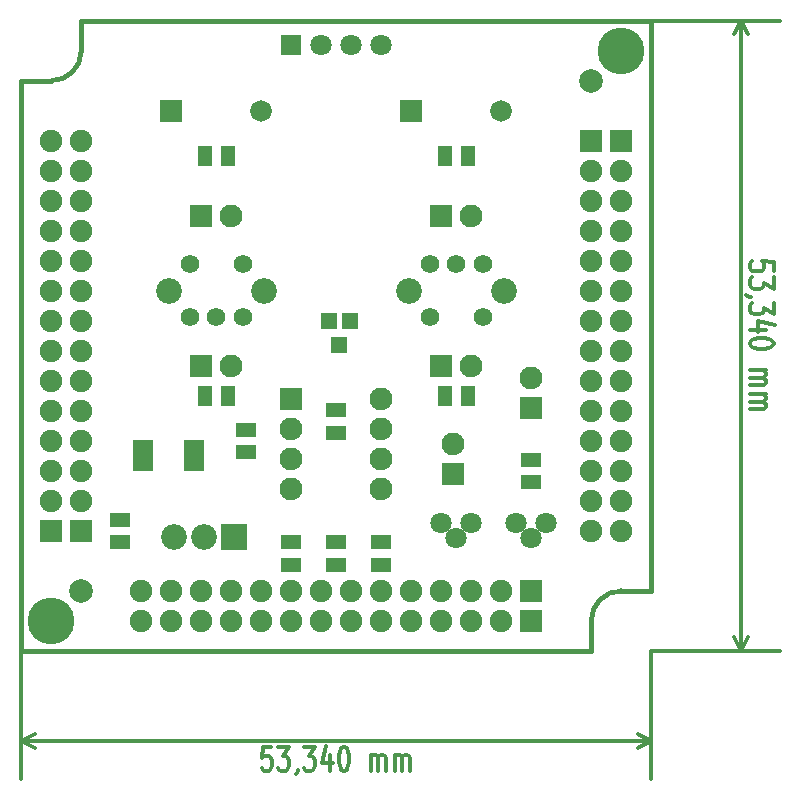
<source format=gts>
G04 (created by PCBNEW (2013-mar-13)-testing) date Tue 11 Feb 2014 12:39:58 PM CET*
%MOIN*%
G04 Gerber Fmt 3.4, Leading zero omitted, Abs format*
%FSLAX34Y34*%
G01*
G70*
G90*
G04 APERTURE LIST*
%ADD10C,0.005906*%
%ADD11C,0.015000*%
%ADD12C,0.012000*%
%ADD13R,0.071000X0.051000*%
%ADD14C,0.078740*%
%ADD15R,0.075100X0.075100*%
%ADD16C,0.075100*%
%ADD17C,0.156000*%
%ADD18C,0.071118*%
%ADD19R,0.076000X0.076000*%
%ADD20C,0.076000*%
%ADD21R,0.052000X0.052000*%
%ADD22R,0.051000X0.071000*%
%ADD23C,0.062000*%
%ADD24C,0.086000*%
%ADD25R,0.072000X0.072000*%
%ADD26C,0.072000*%
%ADD27R,0.066000X0.031000*%
%ADD28R,0.071000X0.071000*%
%ADD29C,0.071000*%
%ADD30R,0.086000X0.086000*%
G04 APERTURE END LIST*
G54D10*
G54D11*
X19000Y-40000D02*
X19000Y-21000D01*
X38000Y-40000D02*
X19000Y-40000D01*
X40000Y-19000D02*
X40000Y-38000D01*
X21000Y-19000D02*
X40000Y-19000D01*
X39000Y-38000D02*
X40000Y-38000D01*
X38000Y-39500D02*
X38000Y-40000D01*
X19500Y-21000D02*
X19000Y-21000D01*
X21000Y-19500D02*
X21000Y-19000D01*
X20000Y-21000D02*
X19500Y-21000D01*
X21000Y-20000D02*
X21000Y-19500D01*
X38000Y-39000D02*
X38000Y-39500D01*
X39000Y-38000D02*
G75*
G03X38000Y-39000I0J-1000D01*
G74*
G01*
X20000Y-21000D02*
G75*
G03X21000Y-20000I0J1000D01*
G74*
G01*
G54D12*
X44077Y-27328D02*
X44077Y-27042D01*
X43696Y-27014D01*
X43734Y-27042D01*
X43772Y-27099D01*
X43772Y-27242D01*
X43734Y-27299D01*
X43696Y-27328D01*
X43619Y-27357D01*
X43429Y-27357D01*
X43353Y-27328D01*
X43315Y-27299D01*
X43277Y-27242D01*
X43277Y-27099D01*
X43315Y-27042D01*
X43353Y-27014D01*
X44077Y-27557D02*
X44077Y-27928D01*
X43772Y-27728D01*
X43772Y-27814D01*
X43734Y-27871D01*
X43696Y-27899D01*
X43619Y-27928D01*
X43429Y-27928D01*
X43353Y-27899D01*
X43315Y-27871D01*
X43277Y-27814D01*
X43277Y-27642D01*
X43315Y-27585D01*
X43353Y-27557D01*
X43315Y-28214D02*
X43277Y-28214D01*
X43200Y-28185D01*
X43162Y-28157D01*
X44077Y-28414D02*
X44077Y-28785D01*
X43772Y-28585D01*
X43772Y-28671D01*
X43734Y-28728D01*
X43696Y-28757D01*
X43619Y-28785D01*
X43429Y-28785D01*
X43353Y-28757D01*
X43315Y-28728D01*
X43277Y-28671D01*
X43277Y-28500D01*
X43315Y-28442D01*
X43353Y-28414D01*
X43810Y-29300D02*
X43277Y-29300D01*
X44115Y-29157D02*
X43543Y-29014D01*
X43543Y-29385D01*
X44077Y-29728D02*
X44077Y-29785D01*
X44039Y-29842D01*
X44000Y-29871D01*
X43924Y-29900D01*
X43772Y-29928D01*
X43581Y-29928D01*
X43429Y-29900D01*
X43353Y-29871D01*
X43315Y-29842D01*
X43277Y-29785D01*
X43277Y-29728D01*
X43315Y-29671D01*
X43353Y-29642D01*
X43429Y-29614D01*
X43581Y-29585D01*
X43772Y-29585D01*
X43924Y-29614D01*
X44000Y-29642D01*
X44039Y-29671D01*
X44077Y-29728D01*
X43277Y-30642D02*
X43810Y-30642D01*
X43734Y-30642D02*
X43772Y-30671D01*
X43810Y-30728D01*
X43810Y-30814D01*
X43772Y-30871D01*
X43696Y-30900D01*
X43277Y-30900D01*
X43696Y-30900D02*
X43772Y-30928D01*
X43810Y-30985D01*
X43810Y-31071D01*
X43772Y-31128D01*
X43696Y-31157D01*
X43277Y-31157D01*
X43277Y-31442D02*
X43810Y-31442D01*
X43734Y-31442D02*
X43772Y-31471D01*
X43810Y-31528D01*
X43810Y-31614D01*
X43772Y-31671D01*
X43696Y-31700D01*
X43277Y-31700D01*
X43696Y-31700D02*
X43772Y-31728D01*
X43810Y-31785D01*
X43810Y-31871D01*
X43772Y-31928D01*
X43696Y-31957D01*
X43277Y-31957D01*
X42999Y-19000D02*
X42999Y-40000D01*
X40000Y-19000D02*
X44279Y-19000D01*
X40000Y-40000D02*
X44279Y-40000D01*
X42999Y-40000D02*
X42769Y-39557D01*
X42999Y-40000D02*
X43229Y-39557D01*
X42999Y-19000D02*
X42769Y-19443D01*
X42999Y-19000D02*
X43229Y-19443D01*
X27328Y-43200D02*
X27042Y-43200D01*
X27014Y-43581D01*
X27042Y-43543D01*
X27099Y-43505D01*
X27242Y-43505D01*
X27299Y-43543D01*
X27328Y-43581D01*
X27357Y-43658D01*
X27357Y-43848D01*
X27328Y-43924D01*
X27299Y-43962D01*
X27242Y-44000D01*
X27099Y-44000D01*
X27042Y-43962D01*
X27014Y-43924D01*
X27557Y-43200D02*
X27928Y-43200D01*
X27728Y-43505D01*
X27814Y-43505D01*
X27871Y-43543D01*
X27899Y-43581D01*
X27928Y-43658D01*
X27928Y-43848D01*
X27899Y-43924D01*
X27871Y-43962D01*
X27814Y-44000D01*
X27642Y-44000D01*
X27585Y-43962D01*
X27557Y-43924D01*
X28214Y-43962D02*
X28214Y-44000D01*
X28185Y-44077D01*
X28157Y-44115D01*
X28414Y-43200D02*
X28785Y-43200D01*
X28585Y-43505D01*
X28671Y-43505D01*
X28728Y-43543D01*
X28757Y-43581D01*
X28785Y-43658D01*
X28785Y-43848D01*
X28757Y-43924D01*
X28728Y-43962D01*
X28671Y-44000D01*
X28500Y-44000D01*
X28442Y-43962D01*
X28414Y-43924D01*
X29300Y-43467D02*
X29300Y-44000D01*
X29157Y-43162D02*
X29014Y-43734D01*
X29385Y-43734D01*
X29728Y-43200D02*
X29785Y-43200D01*
X29842Y-43239D01*
X29871Y-43277D01*
X29900Y-43353D01*
X29928Y-43505D01*
X29928Y-43696D01*
X29900Y-43848D01*
X29871Y-43924D01*
X29842Y-43962D01*
X29785Y-44000D01*
X29728Y-44000D01*
X29671Y-43962D01*
X29642Y-43924D01*
X29614Y-43848D01*
X29585Y-43696D01*
X29585Y-43505D01*
X29614Y-43353D01*
X29642Y-43277D01*
X29671Y-43239D01*
X29728Y-43200D01*
X30642Y-44000D02*
X30642Y-43467D01*
X30642Y-43543D02*
X30671Y-43505D01*
X30728Y-43467D01*
X30814Y-43467D01*
X30871Y-43505D01*
X30900Y-43581D01*
X30900Y-44000D01*
X30900Y-43581D02*
X30928Y-43505D01*
X30985Y-43467D01*
X31071Y-43467D01*
X31128Y-43505D01*
X31157Y-43581D01*
X31157Y-44000D01*
X31442Y-44000D02*
X31442Y-43467D01*
X31442Y-43543D02*
X31471Y-43505D01*
X31528Y-43467D01*
X31614Y-43467D01*
X31671Y-43505D01*
X31700Y-43581D01*
X31700Y-44000D01*
X31700Y-43581D02*
X31728Y-43505D01*
X31785Y-43467D01*
X31871Y-43467D01*
X31928Y-43505D01*
X31957Y-43581D01*
X31957Y-44000D01*
X19000Y-42999D02*
X40000Y-42999D01*
X19000Y-40000D02*
X19000Y-44279D01*
X40000Y-40000D02*
X40000Y-44279D01*
X40000Y-42999D02*
X39557Y-43229D01*
X40000Y-42999D02*
X39557Y-42769D01*
X19000Y-42999D02*
X19443Y-43229D01*
X19000Y-42999D02*
X19443Y-42769D01*
G54D13*
X31000Y-36375D03*
X31000Y-37125D03*
X26500Y-33375D03*
X26500Y-32625D03*
G54D14*
X38000Y-21000D03*
X21000Y-38000D03*
G54D15*
X36000Y-39000D03*
G54D16*
X35000Y-39000D03*
X34000Y-39000D03*
X33000Y-39000D03*
X32000Y-39000D03*
X31000Y-39000D03*
X30000Y-39000D03*
X29000Y-39000D03*
X28000Y-39000D03*
X27000Y-39000D03*
X26000Y-39000D03*
X25000Y-39000D03*
X24000Y-39000D03*
X23000Y-39000D03*
G54D15*
X39000Y-23000D03*
G54D16*
X39000Y-24000D03*
X39000Y-25000D03*
X39000Y-26000D03*
X39000Y-27000D03*
X39000Y-28000D03*
X39000Y-29000D03*
X39000Y-30000D03*
X39000Y-31000D03*
X39000Y-32000D03*
X39000Y-33000D03*
X39000Y-34000D03*
X39000Y-35000D03*
X39000Y-36000D03*
G54D15*
X21000Y-36000D03*
G54D16*
X21000Y-35000D03*
X21000Y-34000D03*
X21000Y-33000D03*
X21000Y-32000D03*
X21000Y-31000D03*
X21000Y-30000D03*
X21000Y-29000D03*
X21000Y-28000D03*
X21000Y-27000D03*
X21000Y-26000D03*
X21000Y-25000D03*
X21000Y-24000D03*
X21000Y-23000D03*
G54D15*
X20000Y-36000D03*
G54D16*
X20000Y-35000D03*
X20000Y-34000D03*
X20000Y-33000D03*
X20000Y-32000D03*
X20000Y-31000D03*
X20000Y-30000D03*
X20000Y-29000D03*
X20000Y-28000D03*
X20000Y-27000D03*
X20000Y-26000D03*
X20000Y-25000D03*
X20000Y-24000D03*
X20000Y-23000D03*
G54D15*
X38000Y-23000D03*
G54D16*
X38000Y-24000D03*
X38000Y-25000D03*
X38000Y-26000D03*
X38000Y-27000D03*
X38000Y-28000D03*
X38000Y-29000D03*
X38000Y-30000D03*
X38000Y-31000D03*
X38000Y-32000D03*
X38000Y-33000D03*
X38000Y-34000D03*
X38000Y-35000D03*
X38000Y-36000D03*
G54D15*
X36000Y-38000D03*
G54D16*
X35000Y-38000D03*
X34000Y-38000D03*
X33000Y-38000D03*
X32000Y-38000D03*
X31000Y-38000D03*
X30000Y-38000D03*
X29000Y-38000D03*
X28000Y-38000D03*
X27000Y-38000D03*
X26000Y-38000D03*
X25000Y-38000D03*
X24000Y-38000D03*
X23000Y-38000D03*
G54D17*
X20000Y-39000D03*
X39000Y-20000D03*
G54D18*
X36500Y-35750D03*
X36000Y-36250D03*
X35500Y-35750D03*
X34000Y-35750D03*
X33500Y-36250D03*
X33000Y-35750D03*
G54D19*
X28000Y-31600D03*
G54D20*
X28000Y-32600D03*
X28000Y-33600D03*
X28000Y-34600D03*
X31000Y-34600D03*
X31000Y-33600D03*
X31000Y-32600D03*
X31000Y-31600D03*
G54D21*
X29250Y-29000D03*
X29950Y-29000D03*
X29600Y-29800D03*
G54D13*
X36000Y-33625D03*
X36000Y-34375D03*
G54D22*
X25875Y-23500D03*
X25125Y-23500D03*
G54D13*
X29500Y-31975D03*
X29500Y-32725D03*
X22300Y-36375D03*
X22300Y-35625D03*
G54D22*
X25875Y-31500D03*
X25125Y-31500D03*
G54D13*
X29500Y-36375D03*
X29500Y-37125D03*
X28000Y-36375D03*
X28000Y-37125D03*
G54D22*
X33875Y-23500D03*
X33125Y-23500D03*
X33875Y-31500D03*
X33125Y-31500D03*
G54D19*
X33000Y-30500D03*
G54D20*
X34000Y-30500D03*
G54D19*
X25000Y-25500D03*
G54D20*
X26000Y-25500D03*
G54D19*
X33000Y-25500D03*
G54D20*
X34000Y-25500D03*
G54D19*
X25000Y-30500D03*
G54D20*
X26000Y-30500D03*
G54D23*
X24614Y-28885D03*
X25500Y-28885D03*
X26385Y-28885D03*
X26385Y-27114D03*
X24614Y-27114D03*
G54D24*
X27074Y-28000D03*
X23925Y-28000D03*
G54D23*
X34385Y-27114D03*
X33500Y-27114D03*
X32614Y-27114D03*
X32614Y-28885D03*
X34385Y-28885D03*
G54D24*
X31925Y-28000D03*
X35074Y-28000D03*
G54D25*
X32000Y-22000D03*
G54D26*
X35000Y-22000D03*
G54D25*
X24000Y-22000D03*
G54D26*
X27000Y-22000D03*
G54D27*
X23050Y-33116D03*
X23050Y-33372D03*
X23050Y-33628D03*
X23050Y-33884D03*
X24750Y-33884D03*
X24750Y-33628D03*
X24750Y-33372D03*
X24750Y-33116D03*
G54D19*
X33400Y-34100D03*
G54D20*
X33400Y-33100D03*
G54D19*
X36000Y-31900D03*
G54D20*
X36000Y-30900D03*
G54D28*
X28000Y-19800D03*
G54D29*
X29000Y-19800D03*
X30000Y-19800D03*
X31000Y-19800D03*
G54D24*
X24100Y-36200D03*
X25100Y-36200D03*
G54D30*
X26100Y-36200D03*
M02*

</source>
